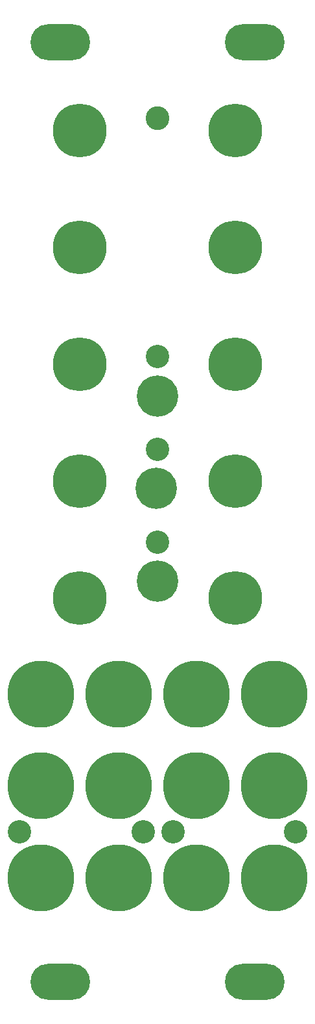
<source format=gbs>
G04 DipTrace 3.3.0.0*
G04 uTides_PCBpanel.GBS*
%MOIN*%
G04 #@! TF.FileFunction,Soldermask,Bot*
G04 #@! TF.Part,Single*
%ADD20C,0.122047*%
%ADD21C,0.212*%
%ADD22C,0.120079*%
%ADD23C,0.275591*%
%ADD27O,0.307213X0.185165*%
%ADD29C,0.342646*%
%FSLAX26Y26*%
G04*
G70*
G90*
G75*
G01*
G04 BotMask*
%LPD*%
D20*
X1189091Y4943948D3*
D21*
Y2568761D3*
D22*
Y3244188D3*
Y2768740D3*
D21*
X1182841Y3043711D3*
X1189091Y3518661D3*
D23*
X1589091Y3081448D3*
X789091Y4281448D3*
X1589091Y3681448D3*
Y4281448D3*
X789091Y3681448D3*
X1589049Y4881018D3*
X789091Y2481448D3*
Y3081448D3*
X1589091Y2481448D3*
D22*
X480591Y1281448D3*
X1897591D3*
X1114091D3*
X1268091D3*
D23*
X789091Y4881448D3*
D22*
X1189091Y3720014D3*
D29*
X1389001Y1044000D3*
X589000D3*
X989000D3*
X589000Y1519000D3*
X1789000D3*
X1389001D3*
X989000D3*
X589005Y1987751D3*
X1788995D3*
D27*
X1689000Y512058D3*
X689000D3*
D29*
X1789000Y1044000D3*
D27*
X689000Y5334892D3*
X1689000D3*
D29*
X989091Y1987697D3*
X1389091D3*
M02*

</source>
